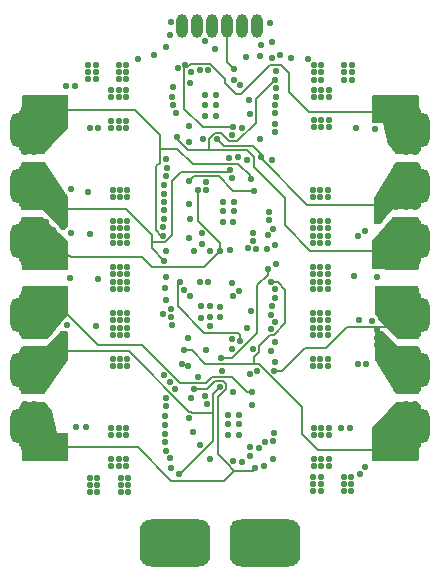
<source format=gbr>
%TF.GenerationSoftware,KiCad,Pcbnew,7.0.4*%
%TF.CreationDate,2023-05-25T14:45:12+03:00*%
%TF.ProjectId,fpv_findland_esc,6670765f-6669-46e6-946c-616e645f6573,Rev_0.2*%
%TF.SameCoordinates,Original*%
%TF.FileFunction,Copper,L2,Inr*%
%TF.FilePolarity,Positive*%
%FSLAX46Y46*%
G04 Gerber Fmt 4.6, Leading zero omitted, Abs format (unit mm)*
G04 Created by KiCad (PCBNEW 7.0.4) date 2023-05-25 14:45:12*
%MOMM*%
%LPD*%
G01*
G04 APERTURE LIST*
G04 Aperture macros list*
%AMRoundRect*
0 Rectangle with rounded corners*
0 $1 Rounding radius*
0 $2 $3 $4 $5 $6 $7 $8 $9 X,Y pos of 4 corners*
0 Add a 4 corners polygon primitive as box body*
4,1,4,$2,$3,$4,$5,$6,$7,$8,$9,$2,$3,0*
0 Add four circle primitives for the rounded corners*
1,1,$1+$1,$2,$3*
1,1,$1+$1,$4,$5*
1,1,$1+$1,$6,$7*
1,1,$1+$1,$8,$9*
0 Add four rect primitives between the rounded corners*
20,1,$1+$1,$2,$3,$4,$5,0*
20,1,$1+$1,$4,$5,$6,$7,0*
20,1,$1+$1,$6,$7,$8,$9,0*
20,1,$1+$1,$8,$9,$2,$3,0*%
G04 Aperture macros list end*
%TA.AperFunction,ComponentPad*%
%ADD10C,1.000000*%
%TD*%
%TA.AperFunction,ComponentPad*%
%ADD11RoundRect,0.750000X-0.750000X0.750000X-0.750000X-0.750000X0.750000X-0.750000X0.750000X0.750000X0*%
%TD*%
%TA.AperFunction,ComponentPad*%
%ADD12RoundRect,0.750000X0.750000X-0.750000X0.750000X0.750000X-0.750000X0.750000X-0.750000X-0.750000X0*%
%TD*%
%TA.AperFunction,ComponentPad*%
%ADD13RoundRect,1.000000X-2.000000X-1.000000X2.000000X-1.000000X2.000000X1.000000X-2.000000X1.000000X0*%
%TD*%
%TA.AperFunction,ComponentPad*%
%ADD14O,1.000000X2.000000*%
%TD*%
%TA.AperFunction,ViaPad*%
%ADD15C,0.550000*%
%TD*%
%TA.AperFunction,Conductor*%
%ADD16C,0.150000*%
%TD*%
G04 APERTURE END LIST*
D10*
%TO.N,/Motor3/MotorOutA*%
%TO.C,J7*%
X152500000Y-71150000D03*
X151000000Y-71150000D03*
D11*
X151750000Y-71900000D03*
D10*
X152500000Y-72650000D03*
X151000000Y-72650000D03*
%TD*%
%TO.N,/Motor2/MotorOutA*%
%TO.C,J4*%
X120000000Y-61750000D03*
X118500000Y-61750000D03*
D11*
X119250000Y-62500000D03*
D10*
X120000000Y-63250000D03*
X118500000Y-63250000D03*
%TD*%
%TO.N,/Motor3/MotorOutB*%
%TO.C,J8*%
X152500000Y-66450000D03*
X151000000Y-66450000D03*
D11*
X151750000Y-67200000D03*
D10*
X152500000Y-67950000D03*
X151000000Y-67950000D03*
%TD*%
%TO.N,/Motor4/MotorOutC*%
%TO.C,J12*%
X151000000Y-78850000D03*
X152500000Y-78850000D03*
D12*
X151750000Y-78100000D03*
D10*
X151000000Y-77350000D03*
X152500000Y-77350000D03*
%TD*%
D13*
%TO.N,/VBAT*%
%TO.C,TP14*%
X139300000Y-97400000D03*
%TD*%
D10*
%TO.N,/Motor2/MotorOutB*%
%TO.C,J5*%
X120000000Y-66450000D03*
X118500000Y-66450000D03*
D11*
X119250000Y-67200000D03*
D10*
X120000000Y-67950000D03*
X118500000Y-67950000D03*
%TD*%
%TO.N,/Motor3/MotorOutC*%
%TO.C,J9*%
X152500000Y-61750000D03*
X151000000Y-61750000D03*
D11*
X151750000Y-62500000D03*
D10*
X152500000Y-63250000D03*
X151000000Y-63250000D03*
%TD*%
%TO.N,/Motor4/MotorOutB*%
%TO.C,J11*%
X151000000Y-83550000D03*
X152500000Y-83550000D03*
D12*
X151750000Y-82800000D03*
D10*
X151000000Y-82050000D03*
X152500000Y-82050000D03*
%TD*%
D13*
%TO.N,GND*%
%TO.C,TP13*%
X131700000Y-97400000D03*
%TD*%
D10*
%TO.N,/Motor1/MotorOutA*%
%TO.C,J1*%
X118500000Y-78850000D03*
X120000000Y-78850000D03*
D12*
X119250000Y-78100000D03*
D10*
X118500000Y-77350000D03*
X120000000Y-77350000D03*
%TD*%
%TO.N,/Motor4/MotorOutA*%
%TO.C,J10*%
X151000000Y-88250000D03*
X152500000Y-88250000D03*
D12*
X151750000Y-87500000D03*
D10*
X151000000Y-86750000D03*
X152500000Y-86750000D03*
%TD*%
%TO.N,/Motor1/MotorOutB*%
%TO.C,J2*%
X118500000Y-83550000D03*
X120000000Y-83550000D03*
D12*
X119250000Y-82800000D03*
D10*
X118500000Y-82050000D03*
X120000000Y-82050000D03*
%TD*%
D14*
%TO.N,/M4*%
%TO.C,J13*%
X138590000Y-53637500D03*
%TO.N,/M3*%
X137320000Y-53637500D03*
%TO.N,/M2*%
X136050000Y-53637500D03*
%TO.N,/M1*%
X134780000Y-53637500D03*
%TO.N,/VBAT*%
X133510000Y-53637500D03*
%TO.N,GND*%
X132240000Y-53637500D03*
%TD*%
D10*
%TO.N,/Motor2/MotorOutC*%
%TO.C,J6*%
X120000000Y-71150000D03*
X118500000Y-71150000D03*
D11*
X119250000Y-71900000D03*
D10*
X120000000Y-72650000D03*
X118500000Y-72650000D03*
%TD*%
%TO.N,/Motor1/MotorOutC*%
%TO.C,J3*%
X118500000Y-88250000D03*
X120000000Y-88250000D03*
D12*
X119250000Y-87500000D03*
D10*
X118500000Y-86750000D03*
X120000000Y-86750000D03*
%TD*%
D15*
%TO.N,GND*%
X134150000Y-97675000D03*
X133550000Y-98325000D03*
X138916052Y-63215676D03*
X130900000Y-72700000D03*
X135525000Y-77425000D03*
X144600000Y-67550000D03*
X136175000Y-86575000D03*
X131300000Y-91125000D03*
X127025000Y-81850000D03*
X140149003Y-80413160D03*
X127025000Y-68150500D03*
X140600000Y-56100000D03*
X144050000Y-59050000D03*
X133550000Y-96450000D03*
X124500000Y-62325000D03*
X130850000Y-75875000D03*
X134225000Y-60350000D03*
X136175000Y-88300000D03*
X127025000Y-75350000D03*
X143975000Y-81850000D03*
X139900000Y-55050000D03*
X144075000Y-90925000D03*
X127675000Y-92525000D03*
X125200000Y-62325000D03*
X127650000Y-75950000D03*
X133550000Y-97675000D03*
X133550000Y-98925000D03*
X129875000Y-95800000D03*
X127650000Y-74650000D03*
X129875000Y-97050000D03*
X143975000Y-74650000D03*
X127550000Y-59075000D03*
X139875000Y-65025000D03*
X143425000Y-59050000D03*
X135525000Y-78325000D03*
X139175000Y-90925000D03*
X127025000Y-67550000D03*
X144000000Y-93075000D03*
X144675000Y-59650000D03*
X126925000Y-59675000D03*
X129930408Y-56083415D03*
X126275000Y-90325000D03*
X133550000Y-95800000D03*
X127675000Y-91900000D03*
X127550000Y-57550000D03*
X134150000Y-96425000D03*
X136250000Y-64800000D03*
X132814926Y-82427719D03*
X140200000Y-73850000D03*
X144050000Y-59650000D03*
X135725000Y-70250000D03*
X129275000Y-96450000D03*
X127650000Y-82450000D03*
X126950000Y-57550000D03*
X139750000Y-53425000D03*
X126300000Y-59675000D03*
X134150000Y-98300000D03*
X133304851Y-72751549D03*
X129275000Y-98925000D03*
X143425000Y-57600000D03*
X144025000Y-58225000D03*
X144600000Y-81850000D03*
X143425000Y-59650000D03*
X129275000Y-97675000D03*
X127025000Y-75950000D03*
X144700000Y-90325000D03*
X143425000Y-56975000D03*
X136650000Y-68525000D03*
X135100000Y-55600000D03*
X143350000Y-75950000D03*
X140150000Y-72175000D03*
X134150000Y-95800000D03*
X143350000Y-67550000D03*
X142900000Y-56500000D03*
X127650000Y-81850000D03*
X129275000Y-98325000D03*
X127550000Y-56925000D03*
X135725000Y-68525000D03*
X127025000Y-74050000D03*
X131000000Y-65700000D03*
X126950000Y-58175000D03*
X137100000Y-87400000D03*
X143975000Y-82450000D03*
X137100000Y-86575000D03*
X144000000Y-92450000D03*
X133850000Y-78350000D03*
X127550000Y-58175000D03*
X143350000Y-82450000D03*
X144025000Y-56975000D03*
X144700000Y-90925000D03*
X136300000Y-72650000D03*
X126400000Y-81850000D03*
X143425000Y-58225000D03*
X143400000Y-92450000D03*
X144600000Y-74050000D03*
X126300000Y-59075000D03*
X131277911Y-83788804D03*
X127650000Y-68150000D03*
X143400000Y-91825000D03*
X130900000Y-55450000D03*
X127075000Y-91900000D03*
X126400000Y-74050000D03*
X134225000Y-61250000D03*
X127025000Y-82450000D03*
X138000000Y-83150000D03*
X130674500Y-78075000D03*
X131910150Y-57231529D03*
X129875000Y-96425000D03*
X127550000Y-59675000D03*
X139450000Y-72525000D03*
X129875000Y-98925000D03*
X134625000Y-77400000D03*
X135725000Y-69350000D03*
X140000000Y-90325000D03*
X126950000Y-56925000D03*
X132250000Y-82250000D03*
X145750000Y-87675000D03*
X138646800Y-82853200D03*
X143350000Y-74650000D03*
X127525000Y-90325000D03*
X129875000Y-97675000D03*
X127675000Y-93150000D03*
X127075000Y-92550000D03*
X137075000Y-88300000D03*
X144675000Y-59050000D03*
X133550000Y-97050000D03*
X129275000Y-97050000D03*
X143975000Y-68150000D03*
X126400000Y-75950000D03*
X129275000Y-95800000D03*
X144000000Y-91825000D03*
X127650000Y-67550000D03*
X131300000Y-53325000D03*
X126400000Y-75350000D03*
X146475000Y-87675000D03*
X143975000Y-67550000D03*
X135150000Y-59525000D03*
X127525000Y-90925000D03*
X144600000Y-74650000D03*
X138975000Y-55250000D03*
X144600000Y-82450000D03*
X140225000Y-57475000D03*
X134625000Y-79075500D03*
X144600000Y-68150000D03*
X137050000Y-64725000D03*
X143350000Y-68150000D03*
X143975000Y-75350000D03*
X126400000Y-82450000D03*
X136650000Y-69350000D03*
X136625000Y-70250000D03*
X133850000Y-77400000D03*
X143975000Y-74050000D03*
X126400000Y-74650000D03*
X126900000Y-90925000D03*
X127050000Y-74650000D03*
X135125000Y-61250000D03*
X136175000Y-87400000D03*
X143350000Y-75350000D03*
X143450000Y-90925000D03*
X127650000Y-74050000D03*
X134150000Y-97050000D03*
X131250000Y-54400000D03*
X144600000Y-75950000D03*
X143350000Y-74050000D03*
X126925000Y-59075000D03*
X141475000Y-56350000D03*
X143350000Y-81850000D03*
X143975000Y-75950000D03*
X126400000Y-68150000D03*
X127075000Y-93150000D03*
X134625000Y-78325000D03*
X128525000Y-56425000D03*
X137101760Y-76058885D03*
X126400000Y-67550000D03*
X126900000Y-90325000D03*
X134650000Y-72749500D03*
X144075000Y-90325000D03*
X134150000Y-98925000D03*
X130755746Y-83244254D03*
X135150000Y-60350000D03*
X126275000Y-90925000D03*
X143400000Y-93075000D03*
X129875000Y-98300000D03*
X144025000Y-57600000D03*
X134225000Y-59525000D03*
X143450000Y-90325000D03*
X144600000Y-75350000D03*
X139850000Y-56375000D03*
X127650000Y-75350000D03*
%TO.N,/Motor1/BEMF_COMMON*%
X130950000Y-89625000D03*
X133808012Y-89177717D03*
%TO.N,/Motor1/V_SENSE*%
X136600000Y-90500000D03*
%TO.N,/Motor1/CLOW*%
X137378231Y-90557769D03*
%TO.N,/Motor1/BLOW*%
X138006503Y-90082220D03*
%TO.N,/Motor1/MotorOutA*%
X122200000Y-76900000D03*
X120775000Y-79700000D03*
X119000000Y-75900000D03*
X121375000Y-76700000D03*
X122200000Y-77550000D03*
X120675000Y-76600000D03*
X121375000Y-79100000D03*
X120575000Y-75900000D03*
X119000000Y-79900000D03*
X119775000Y-75900000D03*
X131262827Y-90250654D03*
X121375000Y-77500000D03*
X119775000Y-79900000D03*
X121375000Y-75900000D03*
X138225000Y-84650000D03*
X121375000Y-78300000D03*
%TO.N,/Motor1/ALOW*%
X138037500Y-89337500D03*
%TO.N,/Motor1/MotorOutB*%
X135509082Y-84208375D03*
X122200000Y-81350000D03*
X121425000Y-80475000D03*
X119000000Y-84600000D03*
X122200000Y-80700000D03*
X121125000Y-83300000D03*
X132029559Y-91582185D03*
X120875000Y-81700000D03*
X119000000Y-81000000D03*
X119775000Y-84600000D03*
X121425000Y-81275000D03*
X119775000Y-81000000D03*
X120575000Y-81000000D03*
X121425000Y-82175000D03*
X120575000Y-84400000D03*
%TO.N,/Motor1/MotorOutC*%
X119000000Y-85700000D03*
X133325000Y-84400000D03*
X119775000Y-90200000D03*
X122200000Y-89300000D03*
X122200000Y-89950000D03*
X121375000Y-90200000D03*
X121375000Y-88600000D03*
X119775000Y-89500000D03*
X120675000Y-86000000D03*
X119000000Y-90200000D03*
X121375000Y-89400000D03*
X138424502Y-91125000D03*
X121075000Y-87800000D03*
X121075000Y-86900000D03*
X119000000Y-89500000D03*
X120575000Y-90200000D03*
X120575000Y-89400000D03*
X119775000Y-85700000D03*
%TO.N,/Motor1/CHIGH*%
X139263755Y-88881649D03*
%TO.N,/Motor1/BHIGH*%
X139971022Y-88843331D03*
%TO.N,/Motor1/AHIGH*%
X140019655Y-88145521D03*
%TO.N,/Motor2/MotorOutA*%
X130692344Y-71405860D03*
X119000000Y-64300000D03*
X122150000Y-62200000D03*
X121325000Y-59800000D03*
X119725000Y-64300000D03*
X122175000Y-61325000D03*
X121350000Y-63100000D03*
X122175000Y-60675000D03*
X138075000Y-66599500D03*
X121325000Y-60600000D03*
X121325000Y-61400000D03*
X119050000Y-59800000D03*
X120625000Y-64000000D03*
X119725000Y-60500000D03*
X120525000Y-59800000D03*
X119725000Y-59800000D03*
X119050000Y-60500000D03*
X120525000Y-60600000D03*
X121350000Y-62200000D03*
%TO.N,/Motor2/MotorOutB*%
X121400000Y-69675000D03*
X119725000Y-69000000D03*
X122175000Y-70700000D03*
X122200000Y-70000000D03*
X119000000Y-69000000D03*
X121100000Y-66375000D03*
X121400000Y-68900000D03*
X136349500Y-65880637D03*
X119725000Y-65400000D03*
X120525000Y-69000000D03*
X121400000Y-67825000D03*
X121125000Y-67175000D03*
X122200000Y-69350000D03*
X120525000Y-65600000D03*
X120825000Y-68300000D03*
X130775000Y-73575500D03*
X119000000Y-65400000D03*
%TO.N,/Motor2/MotorOutC*%
X121325000Y-74100000D03*
X122175000Y-73675000D03*
X119000000Y-74100000D03*
X122175000Y-73025000D03*
X133588984Y-67572300D03*
X120525000Y-74100000D03*
X121325000Y-71700000D03*
X135484016Y-72749500D03*
X119000000Y-70100000D03*
X119725000Y-70100000D03*
X119725000Y-74100000D03*
X120625000Y-73400000D03*
X120725000Y-70300000D03*
X121325000Y-73300000D03*
X121325000Y-72500000D03*
X121325000Y-70900000D03*
%TO.N,Net-(Q1-G)*%
X130875000Y-85850000D03*
X125125000Y-75100000D03*
%TO.N,Net-(Q2-G)*%
X130900000Y-85150000D03*
X122775000Y-75025000D03*
%TO.N,Net-(Q3-G)*%
X130825000Y-86725000D03*
X122575000Y-78950000D03*
%TO.N,Net-(Q4-G)*%
X124987500Y-79085500D03*
X130825000Y-87425000D03*
%TO.N,Net-(Q5-G)*%
X130850000Y-88200000D03*
X123325000Y-87600000D03*
%TO.N,Net-(Q6-G)*%
X130824621Y-88899042D03*
X124175000Y-87600000D03*
%TO.N,/Motor3/MotorOutA*%
X148825000Y-72450000D03*
X150200000Y-70300000D03*
X149600000Y-72500000D03*
X150300000Y-73400000D03*
X150400000Y-74100000D03*
X152000000Y-70100000D03*
X148825000Y-73100000D03*
X149600000Y-73300000D03*
X152000000Y-74100000D03*
X149600000Y-74100000D03*
X149600000Y-71700000D03*
X151200000Y-74100000D03*
X140125500Y-58253609D03*
X131875000Y-63050000D03*
X151200000Y-70100000D03*
X149600000Y-70900000D03*
%TO.N,/Motor3/MotorOutB*%
X151200000Y-69000000D03*
X138925000Y-64750000D03*
X151200000Y-65400000D03*
X148800000Y-68700000D03*
X149450000Y-68675000D03*
X149800000Y-67000000D03*
X149925000Y-68225000D03*
X138875000Y-56225000D03*
X150400000Y-65600000D03*
X148800000Y-69350000D03*
X149450000Y-69475000D03*
X135256007Y-63243993D03*
X152000000Y-65400000D03*
X150400000Y-69000000D03*
X149450000Y-67775000D03*
X152000000Y-69000000D03*
%TO.N,/Motor3/MotorOutC*%
X152000000Y-59800000D03*
X149900000Y-63100000D03*
X149600000Y-61400000D03*
X151200000Y-59800000D03*
X152000000Y-60500000D03*
X148850000Y-60075000D03*
X150300000Y-64000000D03*
X149900000Y-62200000D03*
X148850000Y-60725000D03*
X151200000Y-64300000D03*
X149600000Y-59800000D03*
X150400000Y-59800000D03*
X149600000Y-60600000D03*
X152000000Y-64300000D03*
X136626347Y-62215578D03*
X132550498Y-56950000D03*
X151200000Y-60500000D03*
X150400000Y-60600000D03*
%TO.N,/Motor4/MotorOutA*%
X148800000Y-88650000D03*
X149625000Y-90200000D03*
X132400000Y-81125000D03*
X150425000Y-90200000D03*
X151225000Y-85700000D03*
X149625000Y-89400000D03*
X148825000Y-87775000D03*
X152000000Y-85700000D03*
X152000000Y-89500000D03*
X149625000Y-87875000D03*
X148800000Y-89300000D03*
X149250000Y-87250000D03*
X151225000Y-90200000D03*
X149625000Y-88600000D03*
X150325000Y-86000000D03*
X139775000Y-75350000D03*
X151225000Y-89500000D03*
X150425000Y-89400000D03*
X152000000Y-90200000D03*
X149800000Y-86675000D03*
%TO.N,/Motor4/MotorOutB*%
X139541810Y-74243011D03*
X150425000Y-81000000D03*
X149500000Y-80200000D03*
X150425000Y-84400000D03*
X152000000Y-84600000D03*
X151225000Y-81000000D03*
X151225000Y-84600000D03*
X149500000Y-82375000D03*
X152000000Y-81000000D03*
X148800000Y-80050000D03*
X149925000Y-81725000D03*
X148800000Y-79375000D03*
X149925000Y-83000000D03*
X135575000Y-81750000D03*
X149500000Y-81000000D03*
X148800000Y-80700000D03*
%TO.N,/Motor4/MotorOutC*%
X149625000Y-78300000D03*
X150425000Y-75900000D03*
X152000000Y-75900000D03*
X132126149Y-75338169D03*
X148825000Y-76900000D03*
X149800000Y-78975000D03*
X149625000Y-76700000D03*
X140078200Y-82871800D03*
X150400000Y-79575000D03*
X148825000Y-76250000D03*
X152000000Y-79900000D03*
X150325000Y-76600000D03*
X151225000Y-75900000D03*
X149625000Y-75900000D03*
X137214500Y-80314904D03*
X149625000Y-77500000D03*
X151225000Y-79900000D03*
%TO.N,Net-(Q7-G)*%
X122450000Y-58775000D03*
X130725000Y-67150000D03*
%TO.N,/Motor1/GHA*%
X133025000Y-85150000D03*
X138225000Y-85725500D03*
%TO.N,/Motor1/GHB*%
X136609773Y-84654279D03*
X132900500Y-86850834D03*
%TO.N,/Motor1/GHC*%
X134375500Y-85650500D03*
X133173063Y-88037998D03*
%TO.N,Net-(Q8-G)*%
X123225000Y-58775000D03*
X130725000Y-67875497D03*
%TO.N,Net-(Q9-G)*%
X122875000Y-67475000D03*
X130725000Y-68575000D03*
%TO.N,Net-(Q10-G)*%
X130725000Y-69274503D03*
X124300000Y-67725000D03*
%TO.N,Net-(Q11-G)*%
X122875000Y-71150000D03*
X130725000Y-69975000D03*
%TO.N,Net-(Q12-G)*%
X130700000Y-70700000D03*
X124450000Y-71250000D03*
%TO.N,Net-(Q13-G)*%
X140175000Y-62625000D03*
X148800000Y-74950000D03*
%TO.N,Net-(Q14-G)*%
X146825000Y-74800000D03*
X140175000Y-61925000D03*
%TO.N,Net-(Q15-G)*%
X140175000Y-61050000D03*
X147150000Y-71485500D03*
%TO.N,Net-(Q16-G)*%
X140175000Y-60350000D03*
X147725000Y-71000000D03*
%TO.N,Net-(Q17-G)*%
X140200008Y-59650945D03*
X148650000Y-62400000D03*
%TO.N,Net-(Q18-G)*%
X140225044Y-58951891D03*
X147025000Y-62339500D03*
%TO.N,Net-(Q19-G)*%
X140149500Y-82100000D03*
X147372650Y-91609407D03*
%TO.N,Net-(Q20-G)*%
X139788364Y-81216590D03*
X147776464Y-91038235D03*
%TO.N,Net-(Q21-G)*%
X139825000Y-79325000D03*
X147875500Y-82314500D03*
%TO.N,Net-(Q22-G)*%
X140173803Y-78715462D03*
X147175997Y-82314500D03*
%TO.N,Net-(Q23-G)*%
X148350000Y-78650000D03*
X139927481Y-77386292D03*
%TO.N,Net-(Q24-G)*%
X147225000Y-78514500D03*
X140170509Y-76679491D03*
%TO.N,/Motor2/GHA*%
X132897485Y-66778521D03*
X138350000Y-67625500D03*
%TO.N,/Motor2/GHB*%
X136544030Y-66552546D03*
X132853200Y-68728200D03*
%TO.N,/Motor2/GHC*%
X134325500Y-67575500D03*
X132964843Y-69979685D03*
%TO.N,/Motor2/BEMFC_1*%
X133941124Y-72115277D03*
%TO.N,/Motor2/BEMF_COMMON*%
X130950500Y-74875000D03*
%TO.N,/Motor2/BEMFA_1*%
X132900000Y-71650000D03*
%TO.N,/Motor2/BEMFB_1*%
X133925000Y-71225000D03*
%TO.N,/Motor3/GHA*%
X137334156Y-62302754D03*
X132825500Y-62099500D03*
%TO.N,/Motor3/GHB*%
X138038139Y-61097109D03*
X134031743Y-63206243D03*
%TO.N,/Motor3/GHC*%
X137907289Y-59899500D03*
X136526521Y-62907921D03*
%TO.N,/Motor3/BEMF_COMMON*%
X137192765Y-58689228D03*
X137675000Y-56275000D03*
%TO.N,/Motor4/GHA*%
X132750500Y-80049500D03*
X138250000Y-81000500D03*
%TO.N,/Motor4/GHB*%
X137795903Y-79215000D03*
X134321584Y-81123649D03*
%TO.N,/Motor4/GHC*%
X138124503Y-77825498D03*
X136524500Y-80200000D03*
%TO.N,/Motor4/BEMF_COMMON*%
X136580632Y-76525500D03*
X140151684Y-75939418D03*
%TO.N,/Motor2/V_SENSE*%
X138532041Y-72578173D03*
%TO.N,/Motor2/CLOW*%
X137840266Y-72474500D03*
%TO.N,/Motor2/BLOW*%
X138266760Y-71873212D03*
%TO.N,/Motor2/ALOW*%
X138300000Y-71174500D03*
%TO.N,/Motor2/CHIGH*%
X140017942Y-70880064D03*
%TO.N,/Motor2/BHIGH*%
X139624500Y-70125500D03*
%TO.N,/Motor2/AHIGH*%
X139673707Y-69427730D03*
%TO.N,/Motor3/V_SENSE*%
X134484800Y-57378449D03*
%TO.N,/Motor3/CLOW*%
X133785897Y-57349502D03*
%TO.N,/Motor3/BLOW*%
X133000000Y-57550000D03*
%TO.N,/Motor3/ALOW*%
X132950000Y-58500000D03*
%TO.N,/Motor3/CHIGH*%
X131399500Y-59640514D03*
%TO.N,/VBAT*%
X125075000Y-93150000D03*
X126400000Y-70150000D03*
X144600000Y-78550000D03*
X136800000Y-98375000D03*
X146000000Y-92450000D03*
X135700000Y-82875000D03*
X124475000Y-93150000D03*
X125075000Y-92525000D03*
X127025000Y-70750000D03*
X136800000Y-97725000D03*
X143425000Y-62250000D03*
X143350000Y-79250000D03*
X136800000Y-95850000D03*
X136800000Y-96500000D03*
X144600000Y-79250000D03*
X143350000Y-79850000D03*
X144600000Y-72050000D03*
X144700000Y-87725000D03*
X144050000Y-61650000D03*
X141800000Y-99000000D03*
X127550000Y-62275000D03*
X143350000Y-70150000D03*
X146025000Y-56975000D03*
X124350000Y-56925000D03*
X144600000Y-79850000D03*
X127650000Y-77950000D03*
X124350000Y-58175000D03*
X127025000Y-79250000D03*
X137400000Y-98975000D03*
X127650000Y-72050000D03*
X146625000Y-56975000D03*
X127025000Y-72050000D03*
X127025000Y-78550000D03*
X136800000Y-98975000D03*
X144050000Y-62250000D03*
X143350000Y-72050000D03*
X126300000Y-61675000D03*
X126925000Y-62275000D03*
X144075000Y-87725000D03*
X146600000Y-91825000D03*
X141800000Y-96500000D03*
X124950000Y-57550000D03*
X143450000Y-87725000D03*
X126900000Y-87725000D03*
X127525000Y-87725000D03*
X127025000Y-70150000D03*
X137400000Y-97100000D03*
X126400000Y-72050000D03*
X136800000Y-97100000D03*
X141200000Y-98400000D03*
X127025000Y-77950000D03*
X143425000Y-61650000D03*
X137400000Y-95850000D03*
X143350000Y-71450000D03*
X126400000Y-77950000D03*
X141800000Y-97125000D03*
X146625000Y-57600000D03*
X127525000Y-88325000D03*
X144600000Y-70150000D03*
X143975000Y-78550000D03*
X141800000Y-95875000D03*
X127650000Y-71450000D03*
X143975000Y-79850000D03*
X137400000Y-97725000D03*
X126275000Y-87725000D03*
X146600000Y-93075000D03*
X143350000Y-77950000D03*
X143975000Y-70150000D03*
X144600000Y-71450000D03*
X127650000Y-79250000D03*
X144675000Y-62250000D03*
X143975000Y-70750000D03*
X144675000Y-61650000D03*
X146625000Y-58225000D03*
X126400000Y-79850000D03*
X143975000Y-77950000D03*
X127650000Y-79850000D03*
X143450000Y-88325000D03*
X127650000Y-70750000D03*
X126400000Y-79250000D03*
X141200000Y-97750000D03*
X143975000Y-79250000D03*
X124350000Y-57550000D03*
X141800000Y-97750000D03*
X124475000Y-91900000D03*
X144700000Y-88325000D03*
X126925000Y-61675000D03*
X141200000Y-96525000D03*
X126400000Y-78550000D03*
X124475000Y-92525000D03*
X130874500Y-64955900D03*
X146025000Y-57600000D03*
X127650000Y-78550000D03*
X143975000Y-72050000D03*
X143350000Y-70750000D03*
X144600000Y-77950000D03*
X143975000Y-71450000D03*
X141200000Y-99000000D03*
X137400000Y-98350000D03*
X141200000Y-97125000D03*
X126300000Y-62275000D03*
X126275000Y-88325000D03*
X143350000Y-78550000D03*
X146000000Y-91825000D03*
X126900000Y-88325000D03*
X146600000Y-92450000D03*
X146000000Y-93075000D03*
X127025000Y-79850000D03*
X146025000Y-58225000D03*
X141200000Y-95875000D03*
X124950000Y-58175000D03*
X144075000Y-88325000D03*
X126400000Y-70750000D03*
X144600000Y-70750000D03*
X127650000Y-70150000D03*
X125075000Y-91900000D03*
X137400000Y-96475000D03*
X126400000Y-71450000D03*
X141800000Y-98375000D03*
X124950000Y-56925000D03*
X127025000Y-71450000D03*
X127550000Y-61675000D03*
%TO.N,/M4*%
X134325500Y-66875997D03*
%TO.N,/M3*%
X134193294Y-84975145D03*
X134200000Y-54975000D03*
%TO.N,/M2*%
X132875500Y-63525000D03*
X136659239Y-57327718D03*
%TO.N,/M1*%
X136525000Y-81000000D03*
%TO.N,/Motor3/BHIGH*%
X131471997Y-60340016D03*
%TO.N,/Motor3/AHIGH*%
X131781605Y-61030163D03*
%TO.N,/Motor4/V_SENSE*%
X134486987Y-75347840D03*
%TO.N,/Motor4/CLOW*%
X133787486Y-75349500D03*
%TO.N,/Motor4/BLOW*%
X132399500Y-75982048D03*
%TO.N,/Motor4/ALOW*%
X132934450Y-76525500D03*
%TO.N,/Motor4/CHIGH*%
X131299403Y-77584170D03*
%TO.N,/Motor4/BHIGH*%
X131366161Y-78280480D03*
%TO.N,/Motor4/AHIGH*%
X131449503Y-78975000D03*
%TO.N,/3.3V*%
X139824957Y-78109154D03*
X138771871Y-89378997D03*
X131642300Y-84385900D03*
X139550000Y-71400000D03*
X137774324Y-65015468D03*
X131550000Y-58817500D03*
X130900000Y-76825000D03*
X130950000Y-66400000D03*
%TO.N,/5V*%
X136499500Y-75450000D03*
X134668246Y-90325500D03*
X136696364Y-58196390D03*
X133646479Y-83347485D03*
%TD*%
D16*
%TO.N,/Motor1/MotorOutA*%
X128867893Y-80650000D02*
X125150000Y-80650000D01*
X122200000Y-77700000D02*
X122200000Y-77550000D01*
X132117893Y-83900000D02*
X128867893Y-80650000D01*
X122200000Y-77550000D02*
X122050000Y-77550000D01*
X134800000Y-83400000D02*
X134300000Y-83900000D01*
X122050000Y-77550000D02*
X122100000Y-77600000D01*
X134300000Y-83900000D02*
X132117893Y-83900000D01*
X125150000Y-80650000D02*
X122200000Y-77700000D01*
X138225000Y-84650000D02*
X137750000Y-84650000D01*
X136500000Y-83400000D02*
X134800000Y-83400000D01*
X137750000Y-84650000D02*
X136500000Y-83400000D01*
X122100000Y-77600000D02*
X121400000Y-77600000D01*
%TO.N,/Motor1/MotorOutB*%
X134875500Y-84841957D02*
X134875500Y-86400000D01*
X132029559Y-91582185D02*
X132110651Y-91582185D01*
X122400000Y-81200000D02*
X121500000Y-82100000D01*
X132900834Y-86350834D02*
X127750000Y-81200000D01*
X134875500Y-86400000D02*
X133156773Y-86400000D01*
X134875500Y-88817336D02*
X134875500Y-86400000D01*
X133107607Y-86350834D02*
X132900834Y-86350834D01*
X132110651Y-91582185D02*
X134875500Y-88817336D01*
X135509082Y-84208375D02*
X134875500Y-84841957D01*
X133156773Y-86400000D02*
X133107607Y-86350834D01*
X127750000Y-81200000D02*
X122400000Y-81200000D01*
%TO.N,/Motor1/MotorOutC*%
X136075000Y-90642893D02*
X135350000Y-89917893D01*
X135850000Y-92150000D02*
X136696446Y-91303554D01*
X138424502Y-91125000D02*
X138245948Y-91303554D01*
X128525000Y-89300000D02*
X131375000Y-92150000D01*
X136009082Y-84415482D02*
X136009082Y-84001975D01*
X121500000Y-89300000D02*
X122200000Y-89300000D01*
X136696446Y-91303554D02*
X136075000Y-90682108D01*
X135350000Y-89917893D02*
X135350000Y-85074564D01*
X134400000Y-84400000D02*
X133325000Y-84400000D01*
X131375000Y-92150000D02*
X135850000Y-92150000D01*
X136075000Y-90682108D02*
X136075000Y-90642893D01*
X135350000Y-85074564D02*
X136009082Y-84415482D01*
X135707107Y-83700000D02*
X135100000Y-83700000D01*
X122200000Y-89300000D02*
X128525000Y-89300000D01*
X138245948Y-91303554D02*
X136696446Y-91303554D01*
X136009082Y-84001975D02*
X135707107Y-83700000D01*
X135100000Y-83700000D02*
X134400000Y-84400000D01*
%TO.N,/Motor2/MotorOutA*%
X138075000Y-66599500D02*
X138075000Y-66400000D01*
X138075000Y-66400000D02*
X137025000Y-65350000D01*
X121475000Y-60750000D02*
X121325000Y-60600000D01*
X122175000Y-60675000D02*
X122100000Y-60750000D01*
X122100000Y-60750000D02*
X121475000Y-60750000D01*
X128250000Y-60750000D02*
X130375000Y-62875000D01*
X130375000Y-64050000D02*
X130375000Y-65250000D01*
X130375000Y-62875000D02*
X130375000Y-65250000D01*
X130075000Y-65550000D02*
X130375000Y-65250000D01*
X131875000Y-64050000D02*
X130375000Y-64050000D01*
X137025000Y-65350000D02*
X133175000Y-65350000D01*
X122175000Y-60675000D02*
X122250000Y-60750000D01*
X130075000Y-70950000D02*
X130075000Y-65550000D01*
X122250000Y-60750000D02*
X128250000Y-60750000D01*
X130530860Y-71405860D02*
X130075000Y-70950000D01*
X133175000Y-65350000D02*
X131875000Y-64050000D01*
X130692344Y-71405860D02*
X130530860Y-71405860D01*
%TO.N,/Motor2/MotorOutB*%
X122375000Y-69175000D02*
X122200000Y-69350000D01*
X129700000Y-72000000D02*
X129700000Y-72150000D01*
X130855311Y-71950000D02*
X129750000Y-71950000D01*
X121400000Y-68900000D02*
X121400000Y-68875000D01*
X136230137Y-66000000D02*
X132200000Y-66000000D01*
X136349500Y-65880637D02*
X136230137Y-66000000D01*
X121700000Y-69175000D02*
X121425000Y-68900000D01*
X129700000Y-71325000D02*
X127550000Y-69175000D01*
X132200000Y-66000000D02*
X131450000Y-66750000D01*
X129750000Y-71950000D02*
X129700000Y-72000000D01*
X122200000Y-69350000D02*
X122025000Y-69175000D01*
X121400000Y-68875000D02*
X120825000Y-68300000D01*
X130775000Y-73575500D02*
X129700000Y-72500500D01*
X127550000Y-69175000D02*
X122375000Y-69175000D01*
X129700000Y-72150000D02*
X129700000Y-71325000D01*
X131450000Y-71355311D02*
X130855311Y-71950000D01*
X121425000Y-68900000D02*
X121400000Y-68900000D01*
X129700000Y-72500500D02*
X129700000Y-72150000D01*
X122025000Y-69175000D02*
X121700000Y-69175000D01*
X131450000Y-66750000D02*
X131450000Y-71355311D01*
%TO.N,/Motor2/MotorOutC*%
X135484016Y-72749500D02*
X134158516Y-74075000D01*
X122650000Y-73025000D02*
X122175000Y-73025000D01*
X128925000Y-73250000D02*
X122875000Y-73250000D01*
X134158516Y-74075000D02*
X129750000Y-74075000D01*
X133588984Y-67572300D02*
X133588984Y-70181877D01*
X122175000Y-73025000D02*
X122175000Y-72550000D01*
X122175000Y-72550000D02*
X121325000Y-71700000D01*
X135484016Y-72076909D02*
X135484016Y-72749500D01*
X129750000Y-74075000D02*
X128925000Y-73250000D01*
X122875000Y-73250000D02*
X122650000Y-73025000D01*
X133588984Y-70181877D02*
X135484016Y-72076909D01*
%TO.N,/Motor3/MotorOutA*%
X148825000Y-72450000D02*
X149075000Y-72700000D01*
X138538139Y-59840970D02*
X138538139Y-61836861D01*
X138375000Y-64750000D02*
X138375000Y-65600000D01*
X136232921Y-63407921D02*
X135568993Y-62743993D01*
X140975000Y-70550000D02*
X143125000Y-72700000D01*
X148575000Y-72700000D02*
X148825000Y-72450000D01*
X149075000Y-72700000D02*
X149400000Y-72700000D01*
X137800000Y-64175000D02*
X138375000Y-64750000D01*
X132818393Y-64175000D02*
X134575000Y-64175000D01*
X149400000Y-72700000D02*
X149600000Y-72500000D01*
X140125500Y-58253609D02*
X138538139Y-59840970D01*
X143125000Y-72700000D02*
X148575000Y-72700000D01*
X135048900Y-62743993D02*
X134575000Y-63217893D01*
X138538139Y-61836861D02*
X136967079Y-63407921D01*
X131875000Y-63050000D02*
X131875000Y-63231607D01*
X134575000Y-63217893D02*
X134575000Y-64175000D01*
X140975000Y-68200000D02*
X140975000Y-70550000D01*
X136967079Y-63407921D02*
X136232921Y-63407921D01*
X134575000Y-64175000D02*
X137800000Y-64175000D01*
X135568993Y-62743993D02*
X135048900Y-62743993D01*
X138375000Y-65600000D02*
X140975000Y-68200000D01*
X131875000Y-63231607D02*
X132818393Y-64175000D01*
%TO.N,/Motor3/MotorOutB*%
X138250000Y-63825000D02*
X135837014Y-63825000D01*
X148900000Y-68800000D02*
X149400000Y-68800000D01*
X138925000Y-64500000D02*
X138250000Y-63825000D01*
X142845444Y-68800000D02*
X148700000Y-68800000D01*
X135837014Y-63825000D02*
X135256007Y-63243993D01*
X148700000Y-68800000D02*
X148800000Y-68700000D01*
X148800000Y-68700000D02*
X148900000Y-68800000D01*
X138925000Y-64750000D02*
X138925000Y-64500000D01*
X138925000Y-64879556D02*
X142845444Y-68800000D01*
X138925000Y-64750000D02*
X138925000Y-64879556D01*
%TO.N,/Motor3/MotorOutC*%
X148850000Y-60725000D02*
X149100000Y-60975000D01*
X134015578Y-62215578D02*
X132450000Y-60650000D01*
X136850000Y-59400000D02*
X137300000Y-59400000D01*
X132450000Y-57050498D02*
X132550498Y-56950000D01*
X136626347Y-62215578D02*
X134015578Y-62215578D01*
X134662960Y-56849502D02*
X135950000Y-58136541D01*
X132721696Y-57121198D02*
X132993392Y-56849502D01*
X132450000Y-60650000D02*
X132450000Y-57050498D01*
X135950000Y-58136541D02*
X135950000Y-58500000D01*
X148600000Y-60975000D02*
X148850000Y-60725000D01*
X141325000Y-57625000D02*
X141325000Y-59250000D01*
X149100000Y-60975000D02*
X149175000Y-60975000D01*
X141325000Y-59250000D02*
X143050000Y-60975000D01*
X149175000Y-60975000D02*
X149600000Y-61400000D01*
X143050000Y-60975000D02*
X148600000Y-60975000D01*
X137300000Y-59400000D02*
X139750000Y-56950000D01*
X132550498Y-56950000D02*
X132721696Y-57121198D01*
X132993392Y-56849502D02*
X134662960Y-56849502D01*
X140650000Y-56950000D02*
X141325000Y-57625000D01*
X139750000Y-56950000D02*
X140650000Y-56950000D01*
X135950000Y-58500000D02*
X136850000Y-59400000D01*
%TO.N,/Motor4/MotorOutA*%
X140375000Y-75350000D02*
X141025000Y-76000000D01*
X149075000Y-89575000D02*
X149675000Y-89575000D01*
X148800000Y-89300000D02*
X149075000Y-89575000D01*
X142400000Y-85900000D02*
X142400000Y-88200000D01*
X141025000Y-76000000D02*
X141025000Y-78850000D01*
X140025000Y-79850000D02*
X139700000Y-79850000D01*
X138750000Y-80800000D02*
X138750000Y-81250000D01*
X141025000Y-78850000D02*
X140025000Y-79850000D01*
X138350000Y-82250000D02*
X138750000Y-82250000D01*
X133125000Y-81125000D02*
X134250000Y-82250000D01*
X138350000Y-81650000D02*
X138350000Y-82250000D01*
X139700000Y-79850000D02*
X138750000Y-80800000D01*
X138750000Y-82250000D02*
X142400000Y-85900000D01*
X139775000Y-75350000D02*
X140375000Y-75350000D01*
X148525000Y-89575000D02*
X148800000Y-89300000D01*
X149675000Y-89575000D02*
X151000000Y-88250000D01*
X142400000Y-88200000D02*
X143775000Y-89575000D01*
X143775000Y-89575000D02*
X148525000Y-89575000D01*
X134250000Y-82250000D02*
X138350000Y-82250000D01*
X138750000Y-81250000D02*
X138350000Y-81650000D01*
X132400000Y-81125000D02*
X133125000Y-81125000D01*
%TO.N,/Motor4/MotorOutB*%
X139541810Y-74710280D02*
X138624503Y-75627587D01*
X139541810Y-74243011D02*
X139541810Y-74710280D01*
X138624503Y-75627587D02*
X138624503Y-79646842D01*
X138624503Y-79646842D02*
X136521345Y-81750000D01*
X136521345Y-81750000D02*
X135575000Y-81750000D01*
%TO.N,/Motor4/MotorOutC*%
X140100000Y-82850000D02*
X140725000Y-82850000D01*
X134175000Y-79675000D02*
X137025000Y-79675000D01*
X144500000Y-80900000D02*
X146250000Y-79150000D01*
X146250000Y-79150000D02*
X149575000Y-79150000D01*
X140725000Y-82850000D02*
X142675000Y-80900000D01*
X132126149Y-75338169D02*
X131900000Y-75564318D01*
X150625000Y-78100000D02*
X151750000Y-78100000D01*
X131900000Y-77400000D02*
X134175000Y-79675000D01*
X137214500Y-79864500D02*
X137214500Y-80314904D01*
X149575000Y-79150000D02*
X149625000Y-79100000D01*
X149625000Y-79100000D02*
X150625000Y-78100000D01*
X137025000Y-79675000D02*
X137214500Y-79864500D01*
X140078200Y-82871800D02*
X140100000Y-82850000D01*
X131900000Y-75564318D02*
X131900000Y-77400000D01*
X142675000Y-80900000D02*
X144500000Y-80900000D01*
%TO.N,/Motor2/GHA*%
X133300009Y-66375997D02*
X135375997Y-66375997D01*
X136625500Y-67625500D02*
X138350000Y-67625500D01*
X135375997Y-66375997D02*
X136625500Y-67625500D01*
X132897485Y-66778521D02*
X133300009Y-66375997D01*
%TO.N,/M2*%
X136659239Y-57327718D02*
X136050000Y-56718479D01*
X136050000Y-56718479D02*
X136050000Y-53637500D01*
%TD*%
%TA.AperFunction,Conductor*%
%TO.N,/Motor1/MotorOutB*%
G36*
X122537406Y-79525521D02*
G01*
X122541597Y-79526068D01*
X122542039Y-79526126D01*
X122605968Y-79554316D01*
X122644509Y-79612594D01*
X122650000Y-79649084D01*
X122650000Y-81836146D01*
X122630315Y-81903185D01*
X122627827Y-81906907D01*
X120636997Y-84771761D01*
X120582576Y-84815580D01*
X120535170Y-84825000D01*
X118786572Y-84825000D01*
X118719533Y-84805315D01*
X118673778Y-84752511D01*
X118668836Y-84739909D01*
X118607104Y-84603648D01*
X118524403Y-84492141D01*
X118500278Y-84426569D01*
X118500000Y-84418273D01*
X118500000Y-81181648D01*
X118519685Y-81114609D01*
X118524406Y-81107777D01*
X118565514Y-81052354D01*
X118607050Y-80996355D01*
X118668774Y-80860165D01*
X118668775Y-80860159D01*
X118668799Y-80860089D01*
X118668825Y-80860050D01*
X118671498Y-80854154D01*
X118672566Y-80854638D01*
X118708527Y-80802612D01*
X118773021Y-80775739D01*
X118786536Y-80775000D01*
X120849999Y-80775000D01*
X120850000Y-80775000D01*
X121912967Y-79567082D01*
X121972033Y-79529759D01*
X122006056Y-79525000D01*
X122529378Y-79525000D01*
X122537406Y-79525521D01*
G37*
%TD.AperFunction*%
%TD*%
%TA.AperFunction,Conductor*%
%TO.N,/Motor4/MotorOutA*%
G36*
X152291017Y-85519685D02*
G01*
X152336772Y-85572489D01*
X152336924Y-85572822D01*
X152355993Y-85614907D01*
X152392906Y-85696371D01*
X152392908Y-85696374D01*
X152392910Y-85696377D01*
X152475596Y-85807862D01*
X152499722Y-85873435D01*
X152500000Y-85881731D01*
X152500000Y-89118216D01*
X152480315Y-89185255D01*
X152475600Y-89192080D01*
X152392880Y-89303619D01*
X152392876Y-89303627D01*
X152331164Y-89439856D01*
X152299610Y-89586047D01*
X152299538Y-89634492D01*
X152299500Y-89635175D01*
X152299500Y-90376000D01*
X152279815Y-90443039D01*
X152227011Y-90488794D01*
X152175500Y-90500000D01*
X148474000Y-90500000D01*
X148406961Y-90480315D01*
X148361206Y-90427511D01*
X148350000Y-90376000D01*
X148350000Y-87823875D01*
X148369685Y-87756836D01*
X148383340Y-87739278D01*
X149750000Y-86275000D01*
X150337775Y-85546159D01*
X150395182Y-85506331D01*
X150434298Y-85500000D01*
X152223978Y-85500000D01*
X152291017Y-85519685D01*
G37*
%TD.AperFunction*%
%TD*%
%TA.AperFunction,Conductor*%
%TO.N,/Motor4/MotorOutC*%
G36*
X152242539Y-75719685D02*
G01*
X152288294Y-75772489D01*
X152299500Y-75824000D01*
X152299500Y-75887901D01*
X152299408Y-75888211D01*
X152299500Y-75944217D01*
X152299500Y-75964918D01*
X152299534Y-75965521D01*
X152299614Y-76013986D01*
X152331188Y-76160163D01*
X152392910Y-76296377D01*
X152475596Y-76407859D01*
X152499722Y-76473431D01*
X152500000Y-76481728D01*
X152500000Y-79718216D01*
X152480315Y-79785255D01*
X152475600Y-79792080D01*
X152392880Y-79903619D01*
X152392876Y-79903627D01*
X152331164Y-80039856D01*
X152328509Y-80052161D01*
X152295124Y-80113538D01*
X152233855Y-80147123D01*
X152207300Y-80150000D01*
X150578187Y-80150000D01*
X150511148Y-80130315D01*
X150488342Y-80111462D01*
X148892195Y-78433461D01*
X148867480Y-78395454D01*
X148852698Y-78359767D01*
X148760451Y-78239549D01*
X148640233Y-78147302D01*
X148640229Y-78147300D01*
X148640225Y-78147297D01*
X148636989Y-78145428D01*
X148634807Y-78143139D01*
X148633785Y-78142355D01*
X148633907Y-78142195D01*
X148588778Y-78094855D01*
X148575000Y-78038047D01*
X148575000Y-75824000D01*
X148594685Y-75756961D01*
X148647489Y-75711206D01*
X148699000Y-75700000D01*
X152175500Y-75700000D01*
X152242539Y-75719685D01*
G37*
%TD.AperFunction*%
%TD*%
%TA.AperFunction,Conductor*%
%TO.N,/Motor3/MotorOutC*%
G36*
X152242539Y-59519685D02*
G01*
X152288294Y-59572489D01*
X152299500Y-59624000D01*
X152299500Y-60287900D01*
X152299407Y-60288214D01*
X152299500Y-60344829D01*
X152299500Y-60364951D01*
X152299533Y-60365534D01*
X152299613Y-60413985D01*
X152331186Y-60560158D01*
X152392906Y-60696371D01*
X152392908Y-60696374D01*
X152392910Y-60696377D01*
X152475596Y-60807862D01*
X152499722Y-60873435D01*
X152500000Y-60881731D01*
X152500000Y-64118216D01*
X152480315Y-64185255D01*
X152475600Y-64192080D01*
X152392880Y-64303619D01*
X152392876Y-64303627D01*
X152367333Y-64360015D01*
X152342015Y-64415905D01*
X152336913Y-64427167D01*
X152291320Y-64480110D01*
X152224341Y-64499999D01*
X152223962Y-64500000D01*
X150434298Y-64500000D01*
X150367259Y-64480315D01*
X150337775Y-64453841D01*
X150121173Y-64185255D01*
X149767407Y-63746585D01*
X149743446Y-63698058D01*
X149300000Y-61875000D01*
X149299999Y-61875000D01*
X148911057Y-61875000D01*
X148863605Y-61865561D01*
X148800239Y-61839314D01*
X148800234Y-61839312D01*
X148650001Y-61819534D01*
X148649999Y-61819534D01*
X148573623Y-61829589D01*
X148499764Y-61839313D01*
X148499763Y-61839313D01*
X148491706Y-61840374D01*
X148491297Y-61837271D01*
X148436204Y-61835941D01*
X148378354Y-61796759D01*
X148350872Y-61732522D01*
X148350000Y-61717842D01*
X148350000Y-59624000D01*
X148369685Y-59556961D01*
X148422489Y-59511206D01*
X148474000Y-59500000D01*
X152175500Y-59500000D01*
X152242539Y-59519685D01*
G37*
%TD.AperFunction*%
%TD*%
%TA.AperFunction,Conductor*%
%TO.N,/Motor2/MotorOutC*%
G36*
X120493251Y-69869685D02*
G01*
X120510705Y-69883243D01*
X121635364Y-70930339D01*
X121665428Y-70973638D01*
X121672302Y-70990233D01*
X121764549Y-71110451D01*
X121884767Y-71202698D01*
X121884770Y-71202699D01*
X121884771Y-71202700D01*
X121941795Y-71226320D01*
X121978839Y-71250126D01*
X122610496Y-71838220D01*
X122646148Y-71898309D01*
X122650000Y-71928975D01*
X122650000Y-74176000D01*
X122630315Y-74243039D01*
X122577511Y-74288794D01*
X122526000Y-74300000D01*
X120325000Y-74300000D01*
X118824500Y-74300000D01*
X118757461Y-74280315D01*
X118711706Y-74227511D01*
X118700500Y-74176000D01*
X118700500Y-74112209D01*
X118700663Y-74111652D01*
X118700578Y-74060787D01*
X118700579Y-74060787D01*
X118700455Y-73986008D01*
X118668874Y-73839822D01*
X118633314Y-73761354D01*
X118607142Y-73703603D01*
X118607141Y-73703602D01*
X118607140Y-73703599D01*
X118524409Y-73592072D01*
X118500278Y-73526502D01*
X118500000Y-73518196D01*
X118500000Y-70281648D01*
X118519685Y-70214609D01*
X118524406Y-70207776D01*
X118532264Y-70197182D01*
X118607051Y-70096354D01*
X118668774Y-69960164D01*
X118671446Y-69947801D01*
X118704850Y-69886435D01*
X118766128Y-69852869D01*
X118792647Y-69850000D01*
X120426212Y-69850000D01*
X120493251Y-69869685D01*
G37*
%TD.AperFunction*%
%TD*%
%TA.AperFunction,Conductor*%
%TO.N,/Motor2/MotorOutB*%
G36*
X120602209Y-65169685D02*
G01*
X120636995Y-65203237D01*
X120899941Y-65581622D01*
X122298345Y-67593960D01*
X122309690Y-67618354D01*
X122311203Y-67617728D01*
X122314313Y-67625236D01*
X122372302Y-67765233D01*
X122464549Y-67885451D01*
X122503193Y-67915104D01*
X122527120Y-67933464D01*
X122553460Y-67961077D01*
X122627827Y-68068092D01*
X122649919Y-68134377D01*
X122650000Y-68138854D01*
X122650000Y-70538048D01*
X122630315Y-70605087D01*
X122588004Y-70645433D01*
X122584770Y-70647299D01*
X122464547Y-70739550D01*
X122455387Y-70751489D01*
X122398958Y-70792690D01*
X122357013Y-70800000D01*
X122053173Y-70800000D01*
X121986134Y-70780315D01*
X121963346Y-70761481D01*
X121850328Y-70642717D01*
X121833010Y-70616083D01*
X121831761Y-70616805D01*
X121827696Y-70609763D01*
X121735451Y-70489549D01*
X121628669Y-70407612D01*
X121614329Y-70394717D01*
X121145414Y-69901960D01*
X121141135Y-69896957D01*
X121135448Y-69889545D01*
X121134376Y-69888473D01*
X121121934Y-69877287D01*
X120525000Y-69250000D01*
X120524999Y-69250000D01*
X118792749Y-69250000D01*
X118725710Y-69230315D01*
X118679955Y-69177511D01*
X118671545Y-69152185D01*
X118668874Y-69139820D01*
X118607138Y-69003596D01*
X118524407Y-68892072D01*
X118500278Y-68826506D01*
X118500000Y-68818227D01*
X118499999Y-65581618D01*
X118519684Y-65514583D01*
X118524387Y-65507775D01*
X118607040Y-65396328D01*
X118657906Y-65284086D01*
X118668765Y-65260126D01*
X118668767Y-65260120D01*
X118668766Y-65260120D01*
X118668768Y-65260118D01*
X118671430Y-65247799D01*
X118704834Y-65186434D01*
X118766113Y-65152869D01*
X118792631Y-65150000D01*
X120535170Y-65150000D01*
X120602209Y-65169685D01*
G37*
%TD.AperFunction*%
%TD*%
%TA.AperFunction,Conductor*%
%TO.N,/Motor3/MotorOutA*%
G36*
X152274355Y-69869685D02*
G01*
X152320110Y-69922489D01*
X152328520Y-69947818D01*
X152331184Y-69960150D01*
X152331187Y-69960161D01*
X152358484Y-70020404D01*
X152392906Y-70096371D01*
X152392908Y-70096374D01*
X152392910Y-70096377D01*
X152475596Y-70207862D01*
X152499722Y-70273435D01*
X152500000Y-70281731D01*
X152500000Y-73518218D01*
X152480315Y-73585257D01*
X152475599Y-73592083D01*
X152392885Y-73703613D01*
X152392882Y-73703616D01*
X152331165Y-73839854D01*
X152299610Y-73986046D01*
X152299538Y-74034492D01*
X152299500Y-74035175D01*
X152299500Y-74176000D01*
X152279815Y-74243039D01*
X152227011Y-74288794D01*
X152175500Y-74300000D01*
X150675015Y-74300000D01*
X148472667Y-74276319D01*
X148405843Y-74255915D01*
X148360658Y-74202622D01*
X148350000Y-74152326D01*
X148350000Y-71920148D01*
X148369685Y-71853109D01*
X148379020Y-71840430D01*
X150012835Y-69894269D01*
X150071013Y-69855583D01*
X150107803Y-69850000D01*
X152207316Y-69850000D01*
X152274355Y-69869685D01*
G37*
%TD.AperFunction*%
%TD*%
%TA.AperFunction,Conductor*%
%TO.N,/Motor1/MotorOutA*%
G36*
X122593039Y-75694685D02*
G01*
X122638794Y-75747489D01*
X122650000Y-75799000D01*
X122650000Y-78054850D01*
X122630315Y-78121889D01*
X122620970Y-78134579D01*
X122417211Y-78377290D01*
X122369697Y-78412121D01*
X122284767Y-78447302D01*
X122164549Y-78539549D01*
X122072300Y-78659770D01*
X122014313Y-78799762D01*
X122014313Y-78799763D01*
X122010062Y-78832051D01*
X121982094Y-78895592D01*
X120987167Y-80080728D01*
X120928986Y-80119417D01*
X120892196Y-80125000D01*
X118786574Y-80125000D01*
X118719535Y-80105315D01*
X118673780Y-80052511D01*
X118668831Y-80039892D01*
X118668821Y-80039862D01*
X118607109Y-79903635D01*
X118607107Y-79903630D01*
X118607103Y-79903624D01*
X118607101Y-79903621D01*
X118524401Y-79792107D01*
X118500277Y-79726534D01*
X118500000Y-79718243D01*
X118500000Y-76481647D01*
X118519685Y-76414608D01*
X118524407Y-76407774D01*
X118565514Y-76352354D01*
X118607047Y-76296360D01*
X118668773Y-76160168D01*
X118700364Y-76014016D01*
X118700418Y-75983990D01*
X118700452Y-75965641D01*
X118700500Y-75964813D01*
X118700500Y-75939179D01*
X118700500Y-75938949D01*
X118700509Y-75899371D01*
X118700508Y-75899369D01*
X118700511Y-75887378D01*
X118700500Y-75887254D01*
X118700500Y-75799000D01*
X118720185Y-75731961D01*
X118772989Y-75686206D01*
X118824500Y-75675000D01*
X122526000Y-75675000D01*
X122593039Y-75694685D01*
G37*
%TD.AperFunction*%
%TD*%
%TA.AperFunction,Conductor*%
%TO.N,/Motor2/MotorOutA*%
G36*
X122593039Y-59519685D02*
G01*
X122638794Y-59572489D01*
X122650000Y-59624000D01*
X122650000Y-62176124D01*
X122630315Y-62243163D01*
X122616651Y-62260731D01*
X121250011Y-63724986D01*
X121249996Y-63725003D01*
X120662225Y-64453841D01*
X120604818Y-64493669D01*
X120565702Y-64500000D01*
X118776021Y-64500000D01*
X118708982Y-64480315D01*
X118663227Y-64427511D01*
X118663070Y-64427167D01*
X118639073Y-64374195D01*
X118607107Y-64303630D01*
X118524399Y-64192106D01*
X118500277Y-64126535D01*
X118500000Y-64118272D01*
X118500000Y-60881648D01*
X118519685Y-60814609D01*
X118524406Y-60807776D01*
X118565514Y-60752354D01*
X118607051Y-60696354D01*
X118668774Y-60560164D01*
X118700364Y-60414015D01*
X118700418Y-60383992D01*
X118700452Y-60365641D01*
X118700500Y-60364813D01*
X118700500Y-60339179D01*
X118700500Y-60338949D01*
X118700509Y-60299371D01*
X118700508Y-60299369D01*
X118700511Y-60287378D01*
X118700500Y-60287254D01*
X118700500Y-59624000D01*
X118720185Y-59556961D01*
X118772989Y-59511206D01*
X118824500Y-59500000D01*
X122526000Y-59500000D01*
X122593039Y-59519685D01*
G37*
%TD.AperFunction*%
%TD*%
%TA.AperFunction,Conductor*%
%TO.N,/Motor3/MotorOutB*%
G36*
X152274354Y-65169685D02*
G01*
X152320109Y-65222489D01*
X152328516Y-65247808D01*
X152331176Y-65260119D01*
X152392911Y-65396355D01*
X152475594Y-65507828D01*
X152499722Y-65573398D01*
X152500000Y-65581699D01*
X152500000Y-68818217D01*
X152480315Y-68885256D01*
X152475599Y-68892082D01*
X152392881Y-69003617D01*
X152392874Y-69003629D01*
X152346764Y-69105417D01*
X152342015Y-69115904D01*
X152336913Y-69127166D01*
X152291320Y-69180110D01*
X152224341Y-69199999D01*
X152223962Y-69200000D01*
X150150000Y-69200000D01*
X149571037Y-69857911D01*
X149084709Y-70410557D01*
X149025644Y-70447880D01*
X148997519Y-70452499D01*
X148654898Y-70468814D01*
X148586998Y-70452340D01*
X148538783Y-70401772D01*
X148525000Y-70344954D01*
X148525000Y-68309345D01*
X148542671Y-68245548D01*
X150140981Y-65581699D01*
X150363878Y-65210202D01*
X150415249Y-65162844D01*
X150470207Y-65150000D01*
X152207315Y-65150000D01*
X152274354Y-65169685D01*
G37*
%TD.AperFunction*%
%TD*%
%TA.AperFunction,Conductor*%
%TO.N,/Motor1/MotorOutC*%
G36*
X120632741Y-85494685D02*
G01*
X120662225Y-85521159D01*
X121232590Y-86228411D01*
X121256553Y-86276943D01*
X121700000Y-88100000D01*
X122526000Y-88100000D01*
X122593039Y-88119685D01*
X122638794Y-88172489D01*
X122650000Y-88224000D01*
X122650000Y-90351000D01*
X122630315Y-90418039D01*
X122577511Y-90463794D01*
X122526000Y-90475000D01*
X118824500Y-90475000D01*
X118757461Y-90455315D01*
X118711706Y-90402511D01*
X118700500Y-90351000D01*
X118700500Y-89635296D01*
X118700444Y-89634336D01*
X118700374Y-89586049D01*
X118668820Y-89439860D01*
X118607107Y-89303630D01*
X118524399Y-89192106D01*
X118500277Y-89126535D01*
X118500000Y-89118272D01*
X118500000Y-85881647D01*
X118519685Y-85814609D01*
X118524406Y-85807776D01*
X118565514Y-85752354D01*
X118607051Y-85696354D01*
X118668774Y-85560164D01*
X118668774Y-85560161D01*
X118668801Y-85560083D01*
X118668829Y-85560041D01*
X118671498Y-85554154D01*
X118672565Y-85554637D01*
X118708531Y-85502609D01*
X118773027Y-85475738D01*
X118786536Y-85475000D01*
X120565702Y-85475000D01*
X120632741Y-85494685D01*
G37*
%TD.AperFunction*%
%TD*%
%TA.AperFunction,Conductor*%
%TO.N,/Motor4/MotorOutB*%
G36*
X149323616Y-79545185D02*
G01*
X149346405Y-79564019D01*
X150475000Y-80750000D01*
X152207317Y-80750000D01*
X152274356Y-80769685D01*
X152320111Y-80822489D01*
X152328521Y-80847818D01*
X152331185Y-80860150D01*
X152331187Y-80860158D01*
X152392907Y-80996371D01*
X152392909Y-80996374D01*
X152392914Y-80996382D01*
X152475596Y-81107862D01*
X152499722Y-81173434D01*
X152500000Y-81181730D01*
X152500000Y-84418354D01*
X152480315Y-84485393D01*
X152475595Y-84492225D01*
X152392938Y-84603664D01*
X152331209Y-84739883D01*
X152331206Y-84739893D01*
X152328552Y-84752182D01*
X152295157Y-84813554D01*
X152233882Y-84847128D01*
X152207348Y-84850000D01*
X150469599Y-84850000D01*
X150402560Y-84830315D01*
X150363748Y-84790587D01*
X148618149Y-81929744D01*
X148600000Y-81865157D01*
X148600000Y-79649500D01*
X148619685Y-79582461D01*
X148672489Y-79536706D01*
X148724000Y-79525500D01*
X149256577Y-79525500D01*
X149323616Y-79545185D01*
G37*
%TD.AperFunction*%
%TD*%
M02*

</source>
